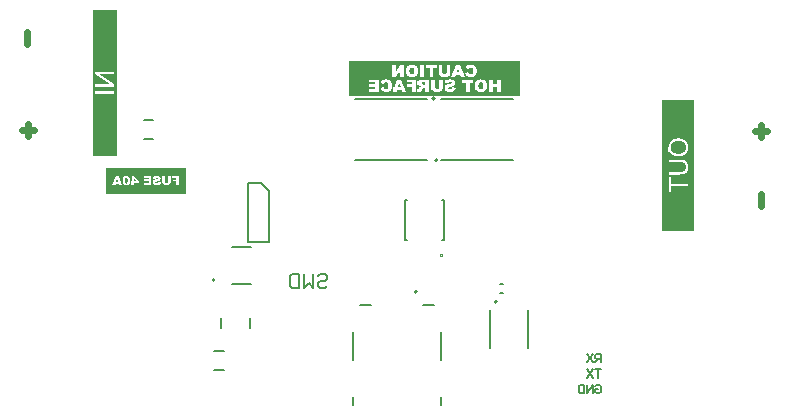
<source format=gbr>
%TF.GenerationSoftware,Altium Limited,Altium NEXUS,2.1.5 (53)*%
G04 Layer_Color=32896*
%FSLAX44Y44*%
%MOMM*%
%TF.FileFunction,Legend,Bot*%
%TF.Part,Single*%
G01*
G75*
%TA.AperFunction,NonConductor*%
%ADD57C,0.2000*%
%ADD59C,0.1270*%
%ADD62C,0.6000*%
%ADD89C,0.1524*%
%ADD90C,0.0762*%
G36*
X577088Y187452D02*
X550382D01*
Y297942D01*
X577088D01*
Y187452D01*
D02*
G37*
G36*
X429768Y317372D02*
Y301752D01*
X284988D01*
Y317372D01*
Y330962D01*
X429768D01*
Y317372D01*
D02*
G37*
G36*
X146812Y218694D02*
X78994D01*
Y240792D01*
X146812D01*
Y218694D01*
D02*
G37*
G36*
X88138Y250952D02*
X67818D01*
Y374142D01*
X88138D01*
Y250952D01*
D02*
G37*
%LPC*%
G36*
X572014Y265525D02*
X555456D01*
Y250216D01*
Y257652D01*
X555477Y257485D01*
X555498Y257297D01*
X555518Y257068D01*
X555539Y256818D01*
X555581Y256527D01*
X555706Y255923D01*
X555893Y255256D01*
X556018Y254902D01*
X556164Y254569D01*
X556331Y254215D01*
X556518Y253882D01*
X556539Y253861D01*
X556560Y253798D01*
X556622Y253715D01*
X556706Y253590D01*
X556830Y253444D01*
X556955Y253257D01*
X557101Y253069D01*
X557289Y252861D01*
X557476Y252653D01*
X557705Y252424D01*
X557955Y252195D01*
X558205Y251966D01*
X558497Y251757D01*
X558809Y251549D01*
X559476Y251153D01*
X559496Y251132D01*
X559559Y251112D01*
X559663Y251070D01*
X559809Y251007D01*
X559996Y250945D01*
X560205Y250862D01*
X560455Y250778D01*
X560725Y250674D01*
X561017Y250591D01*
X561350Y250508D01*
X561704Y250424D01*
X562079Y250362D01*
X562892Y250258D01*
X563329Y250216D01*
X563995D01*
X564183Y250237D01*
X564391D01*
X564641Y250258D01*
X564912Y250299D01*
X565224Y250341D01*
X565558Y250403D01*
X565911Y250466D01*
X566641Y250632D01*
X567390Y250882D01*
X567765Y251049D01*
X568140Y251216D01*
X568161Y251236D01*
X568223Y251257D01*
X568328Y251320D01*
X568453Y251403D01*
X568619Y251507D01*
X568807Y251611D01*
X568994Y251757D01*
X569223Y251924D01*
X569452Y252111D01*
X569681Y252320D01*
X570160Y252799D01*
X570639Y253361D01*
X570848Y253673D01*
X571035Y254007D01*
Y254027D01*
X571077Y254090D01*
X571119Y254194D01*
X571181Y254319D01*
X571264Y254486D01*
X571348Y254673D01*
X571431Y254902D01*
X571514Y255152D01*
X571618Y255444D01*
X571702Y255735D01*
X571868Y256402D01*
X571973Y257110D01*
X571993Y257485D01*
X572014Y257881D01*
Y258110D01*
X571993Y258256D01*
X571973Y258464D01*
X571952Y258693D01*
X571931Y258943D01*
X571868Y259234D01*
X571743Y259859D01*
X571556Y260547D01*
X571431Y260901D01*
X571285Y261234D01*
X571119Y261588D01*
X570931Y261921D01*
X570910Y261942D01*
X570889Y262005D01*
X570827Y262088D01*
X570723Y262213D01*
X570619Y262359D01*
X570494Y262525D01*
X570327Y262713D01*
X570160Y262921D01*
X569952Y263129D01*
X569723Y263358D01*
X569473Y263587D01*
X569223Y263796D01*
X568619Y264233D01*
X567953Y264608D01*
X567932D01*
X567869Y264650D01*
X567765Y264691D01*
X567619Y264754D01*
X567453Y264816D01*
X567244Y264900D01*
X566995Y264983D01*
X566745Y265066D01*
X566453Y265150D01*
X566141Y265233D01*
X565474Y265379D01*
X564724Y265483D01*
X564349Y265504D01*
X563954Y265525D01*
X572014D01*
D01*
D02*
G37*
G36*
Y247467D02*
X555727D01*
Y234866D01*
X565391D01*
X565599Y234886D01*
X565828D01*
X566099Y234907D01*
X566370Y234928D01*
X566995Y235012D01*
X567640Y235095D01*
X568265Y235241D01*
X568557Y235324D01*
X568828Y235428D01*
X568848D01*
X568890Y235449D01*
X568973Y235490D01*
X569057Y235532D01*
X569182Y235595D01*
X569327Y235678D01*
X569640Y235886D01*
X570015Y236157D01*
X570390Y236490D01*
X570785Y236907D01*
X570973Y237157D01*
X571139Y237407D01*
Y237428D01*
X571181Y237469D01*
X571223Y237553D01*
X571285Y237657D01*
X571348Y237802D01*
X571410Y237969D01*
X571493Y238177D01*
X571577Y238406D01*
X571660Y238656D01*
X571743Y238948D01*
X571806Y239240D01*
X571868Y239573D01*
X571931Y239927D01*
X571973Y240302D01*
X571993Y240718D01*
X572014Y241135D01*
Y241343D01*
X571993Y241510D01*
Y241697D01*
X571973Y241926D01*
X571952Y242176D01*
X571910Y242447D01*
X571827Y243030D01*
X571681Y243634D01*
X571493Y244259D01*
X571244Y244821D01*
Y244842D01*
X571202Y244884D01*
X571160Y244967D01*
X571098Y245051D01*
X570931Y245301D01*
X570681Y245613D01*
X570369Y245946D01*
X569973Y246279D01*
X569536Y246592D01*
X569015Y246863D01*
X568994D01*
X568952Y246883D01*
X568869Y246925D01*
X568744Y246946D01*
X568598Y247008D01*
X568411Y247050D01*
X568203Y247113D01*
X567953Y247154D01*
X567682Y247217D01*
X567390Y247279D01*
X567057Y247321D01*
X566703Y247362D01*
X566307Y247404D01*
X565891Y247446D01*
X565453Y247467D01*
X572014D01*
D01*
D02*
G37*
G36*
X571743Y232533D02*
Y227264D01*
X557622D01*
Y232533D01*
X571743D01*
X555727D01*
Y219869D01*
X557622D01*
Y225139D01*
X571743D01*
Y219869D01*
D01*
D01*
Y232533D01*
D02*
G37*
%LPD*%
G36*
X563579Y265504D02*
X563287Y265483D01*
X562954Y265462D01*
X562579Y265420D01*
X562142Y265337D01*
X561684Y265254D01*
X561184Y265150D01*
X560684Y265004D01*
X560163Y264837D01*
X559642Y264629D01*
X559142Y264379D01*
X558643Y264108D01*
X558163Y263775D01*
X557726Y263400D01*
X557705Y263379D01*
X557622Y263296D01*
X557518Y263171D01*
X557372Y263004D01*
X557205Y262796D01*
X556997Y262546D01*
X556810Y262234D01*
X556581Y261900D01*
X556372Y261525D01*
X556164Y261109D01*
X555977Y260651D01*
X555810Y260151D01*
X555664Y259630D01*
X555560Y259068D01*
X555477Y258485D01*
X555456Y257860D01*
Y265525D01*
X563787D01*
X563579Y265504D01*
D02*
G37*
G36*
X564266Y263317D02*
X564474D01*
X564724Y263296D01*
X564995Y263254D01*
X565308Y263213D01*
X565641Y263150D01*
X566016Y263067D01*
X566391Y262963D01*
X566766Y262838D01*
X567140Y262692D01*
X567515Y262504D01*
X567890Y262296D01*
X568223Y262067D01*
X568557Y261796D01*
X568577Y261775D01*
X568619Y261734D01*
X568703Y261630D01*
X568807Y261505D01*
X568932Y261359D01*
X569077Y261171D01*
X569223Y260963D01*
X569369Y260713D01*
X569536Y260463D01*
X569681Y260151D01*
X569827Y259838D01*
X569952Y259484D01*
X570056Y259130D01*
X570140Y258735D01*
X570181Y258339D01*
X570202Y257901D01*
Y257797D01*
X570181Y257672D01*
Y257506D01*
X570160Y257297D01*
X570119Y257068D01*
X570056Y256798D01*
X569994Y256506D01*
X569911Y256214D01*
X569786Y255881D01*
X569661Y255569D01*
X569494Y255236D01*
X569306Y254902D01*
X569077Y254569D01*
X568828Y254256D01*
X568536Y253965D01*
X568515Y253944D01*
X568453Y253902D01*
X568369Y253819D01*
X568223Y253715D01*
X568057Y253611D01*
X567849Y253465D01*
X567599Y253319D01*
X567307Y253174D01*
X566995Y253028D01*
X566620Y252903D01*
X566245Y252757D01*
X565807Y252653D01*
X565349Y252549D01*
X564849Y252465D01*
X564329Y252424D01*
X563766Y252403D01*
X563745D01*
X563683D01*
X563579D01*
X563433D01*
X563266Y252424D01*
X563079Y252444D01*
X562850Y252465D01*
X562600Y252486D01*
X562079Y252570D01*
X561496Y252674D01*
X560913Y252840D01*
X560350Y253069D01*
X560330D01*
X560288Y253090D01*
X560205Y253132D01*
X560101Y253194D01*
X559996Y253257D01*
X559851Y253340D01*
X559517Y253569D01*
X559163Y253840D01*
X558788Y254173D01*
X558434Y254548D01*
X558101Y255006D01*
Y255027D01*
X558059Y255069D01*
X558018Y255131D01*
X557976Y255236D01*
X557914Y255340D01*
X557851Y255485D01*
X557768Y255652D01*
X557685Y255840D01*
X557539Y256256D01*
X557414Y256735D01*
X557330Y257277D01*
X557289Y257860D01*
Y258068D01*
X557310Y258235D01*
X557330Y258422D01*
X557372Y258651D01*
X557414Y258901D01*
X557476Y259193D01*
X557560Y259484D01*
X557664Y259797D01*
X557789Y260109D01*
X557955Y260443D01*
X558122Y260776D01*
X558330Y261109D01*
X558580Y261421D01*
X558851Y261734D01*
X558872Y261755D01*
X558913Y261796D01*
X559017Y261880D01*
X559142Y261984D01*
X559309Y262109D01*
X559538Y262234D01*
X559788Y262379D01*
X560080Y262525D01*
X560413Y262692D01*
X560788Y262838D01*
X561204Y262963D01*
X561663Y263088D01*
X562183Y263192D01*
X562746Y263275D01*
X563350Y263317D01*
X563995Y263337D01*
X564037D01*
X564120D01*
X564266Y263317D01*
D02*
G37*
G36*
X565495Y245321D02*
X565682D01*
X565911Y245301D01*
X566141D01*
X566641Y245259D01*
X567161Y245175D01*
X567640Y245092D01*
X567849Y245030D01*
X568057Y244967D01*
X568078D01*
X568098Y244946D01*
X568223Y244884D01*
X568390Y244801D01*
X568619Y244655D01*
X568848Y244467D01*
X569119Y244238D01*
X569348Y243967D01*
X569577Y243634D01*
Y243613D01*
X569598Y243593D01*
X569661Y243468D01*
X569744Y243259D01*
X569827Y242989D01*
X569931Y242655D01*
X570015Y242260D01*
X570077Y241822D01*
X570098Y241322D01*
Y241093D01*
X570077Y240947D01*
X570056Y240760D01*
X570036Y240531D01*
X570015Y240281D01*
X569973Y240031D01*
X569848Y239489D01*
X569661Y238927D01*
X569536Y238677D01*
X569390Y238427D01*
X569244Y238198D01*
X569057Y237990D01*
X569036Y237969D01*
X568994Y237948D01*
X568932Y237907D01*
X568848Y237823D01*
X568723Y237761D01*
X568557Y237677D01*
X568369Y237573D01*
X568140Y237490D01*
X567890Y237386D01*
X567599Y237302D01*
X567265Y237219D01*
X566890Y237136D01*
X566474Y237073D01*
X566016Y237032D01*
X565516Y237011D01*
X564974Y236990D01*
X555727D01*
Y245342D01*
X564974D01*
X564995D01*
X565058D01*
X565183D01*
X565308D01*
X565495Y245321D01*
D02*
G37*
%LPC*%
G36*
X370708Y327686D02*
X365843D01*
X367575D01*
Y321487D01*
Y321471D01*
Y321454D01*
Y321354D01*
X367559Y321204D01*
X367525Y321021D01*
X367459Y320821D01*
X367392Y320604D01*
X367276Y320388D01*
X367126Y320204D01*
X367109Y320188D01*
X367042Y320138D01*
X366942Y320054D01*
X366792Y319971D01*
X366609Y319888D01*
X366392Y319804D01*
X366126Y319755D01*
X365843Y319738D01*
X365709D01*
X365559Y319755D01*
X365376Y319788D01*
X365176Y319855D01*
X364976Y319921D01*
X364759Y320038D01*
X364576Y320188D01*
X364560Y320204D01*
X364510Y320271D01*
X364426Y320388D01*
X364343Y320521D01*
X364260Y320704D01*
X364176Y320938D01*
X364126Y321187D01*
X364110Y321487D01*
Y327686D01*
X360977D01*
Y321487D01*
X360994Y321304D01*
X361010Y321087D01*
X361044Y320821D01*
X361094Y320538D01*
X361160Y320238D01*
X361260Y319938D01*
Y319921D01*
X361277Y319904D01*
X361310Y319804D01*
X361377Y319655D01*
X361477Y319471D01*
X361594Y319238D01*
X361744Y319005D01*
X361927Y318771D01*
X362143Y318538D01*
X362177Y318505D01*
X362243Y318438D01*
X362360Y318338D01*
X362527Y318205D01*
X362710Y318072D01*
X362927Y317938D01*
X363160Y317805D01*
X363410Y317705D01*
X363427D01*
X363443Y317688D01*
X363493Y317672D01*
X363576Y317655D01*
X363660Y317622D01*
X363760Y317605D01*
X364026Y317538D01*
X364343Y317472D01*
X364710Y317422D01*
X365126Y317388D01*
X365592Y317372D01*
X365876D01*
X366076Y317388D01*
X366326D01*
X366592Y317422D01*
X366909Y317438D01*
X367225Y317472D01*
X367259D01*
X367309Y317488D01*
X367375D01*
X367525Y317522D01*
X367725Y317555D01*
X367959Y317622D01*
X368209Y317688D01*
X368459Y317772D01*
X368692Y317872D01*
X368725Y317888D01*
X368792Y317938D01*
X368908Y318005D01*
X369042Y318105D01*
X369208Y318221D01*
X369392Y318372D01*
X369575Y318555D01*
X369758Y318755D01*
X369775Y318788D01*
X369841Y318855D01*
X369925Y318971D01*
X370025Y319121D01*
X370125Y319288D01*
X370241Y319488D01*
X370341Y319704D01*
X370425Y319921D01*
Y319938D01*
X370441Y319971D01*
X370458Y320021D01*
X370475Y320088D01*
X370508Y320271D01*
X370558Y320504D01*
X370625Y320771D01*
X370658Y321054D01*
X370691Y321354D01*
X370708Y321637D01*
Y317372D01*
Y327686D01*
D02*
G37*
G36*
X393152Y327852D02*
X383271D01*
D01*
X387837D01*
X387704Y327836D01*
X387537D01*
X387354Y327819D01*
X387154Y327786D01*
X386920Y327752D01*
X386437Y327669D01*
X385954Y327519D01*
X385454Y327336D01*
X385238Y327203D01*
X385021Y327069D01*
X385004Y327053D01*
X384971Y327036D01*
X384921Y326986D01*
X384838Y326919D01*
X384754Y326836D01*
X384638Y326736D01*
X384521Y326619D01*
X384404Y326486D01*
X384271Y326320D01*
X384138Y326153D01*
X384005Y325953D01*
X383855Y325736D01*
X383721Y325503D01*
X383605Y325253D01*
X383488Y324986D01*
X383371Y324687D01*
X386137Y324087D01*
Y324103D01*
X386171Y324153D01*
X386187Y324237D01*
X386237Y324337D01*
X386337Y324553D01*
X386387Y324670D01*
X386454Y324753D01*
X386471Y324770D01*
X386504Y324820D01*
X386554Y324870D01*
X386637Y324953D01*
X386737Y325037D01*
X386837Y325136D01*
X387104Y325303D01*
X387120Y325320D01*
X387170Y325336D01*
X387237Y325370D01*
X387354Y325403D01*
X387470Y325436D01*
X387620Y325470D01*
X387770Y325503D01*
X388054D01*
X388120Y325486D01*
X388320Y325453D01*
X388553Y325403D01*
X388820Y325286D01*
X389086Y325136D01*
X389220Y325037D01*
X389353Y324920D01*
X389470Y324786D01*
X389586Y324637D01*
X389603Y324603D01*
X389653Y324520D01*
X389720Y324370D01*
X389786Y324153D01*
X389870Y323870D01*
X389936Y323520D01*
X389970Y323337D01*
X389986Y323120D01*
X390003Y322887D01*
Y322637D01*
Y322620D01*
Y322570D01*
Y322470D01*
X389986Y322370D01*
Y322220D01*
X389970Y322071D01*
X389936Y321721D01*
X389886Y321337D01*
X389786Y320954D01*
X389736Y320788D01*
X389670Y320621D01*
X389586Y320471D01*
X389503Y320338D01*
X389486Y320304D01*
X389403Y320238D01*
X389286Y320138D01*
X389120Y320038D01*
X388920Y319921D01*
X388670Y319821D01*
X388387Y319755D01*
X388054Y319721D01*
X387970D01*
X387904Y319738D01*
X387737Y319755D01*
X387554Y319788D01*
X387320Y319838D01*
X387104Y319938D01*
X386887Y320054D01*
X386704Y320221D01*
X386687Y320238D01*
X386620Y320321D01*
X386537Y320438D01*
X386437Y320588D01*
X386337Y320804D01*
X386221Y321054D01*
X386104Y321354D01*
X386021Y321704D01*
X383271Y320854D01*
Y320838D01*
X383288Y320804D01*
X383305Y320738D01*
X383321Y320671D01*
X383355Y320571D01*
X383388Y320454D01*
X383488Y320188D01*
X383605Y319871D01*
X383755Y319555D01*
X383938Y319238D01*
X384155Y318921D01*
X384188Y318888D01*
X384254Y318788D01*
X384388Y318655D01*
X384571Y318488D01*
X384788Y318305D01*
X385038Y318105D01*
X385321Y317922D01*
X385637Y317755D01*
X385654D01*
X385671Y317738D01*
X385721Y317722D01*
X385804Y317688D01*
X385887Y317672D01*
X385987Y317638D01*
X386104Y317605D01*
X386254Y317572D01*
X386571Y317488D01*
X386954Y317438D01*
X387404Y317388D01*
X387887Y317372D01*
X388153D01*
X388303Y317388D01*
X388470Y317405D01*
X388653D01*
X388837Y317438D01*
X389270Y317488D01*
X389720Y317572D01*
X390170Y317688D01*
X390586Y317838D01*
X390603D01*
X390636Y317855D01*
X390686Y317888D01*
X390769Y317938D01*
X390853Y317988D01*
X390953Y318055D01*
X391203Y318238D01*
X391486Y318455D01*
X391802Y318755D01*
X392102Y319105D01*
X392252Y319305D01*
X392402Y319521D01*
Y319538D01*
X392436Y319571D01*
X392469Y319655D01*
X392519Y319738D01*
X392569Y319855D01*
X392636Y320004D01*
X392702Y320171D01*
X392769Y320371D01*
X392852Y320571D01*
X392919Y320821D01*
X392985Y321071D01*
X393036Y321337D01*
X393086Y321637D01*
X393119Y321954D01*
X393135Y322271D01*
X393152Y322620D01*
Y322737D01*
X393135Y322870D01*
Y323037D01*
X393119Y323254D01*
X393086Y323487D01*
X393036Y323754D01*
X392985Y324053D01*
X392919Y324353D01*
X392819Y324670D01*
X392719Y324986D01*
X392586Y325320D01*
X392436Y325636D01*
X392252Y325936D01*
X392052Y326219D01*
X391819Y326486D01*
X391802Y326503D01*
X391753Y326553D01*
X391686Y326619D01*
X391569Y326703D01*
X391436Y326803D01*
X391269Y326919D01*
X391069Y327036D01*
X390836Y327169D01*
X390586Y327303D01*
X390303Y327419D01*
X389986Y327536D01*
X389653Y327636D01*
X389286Y327719D01*
X388887Y327802D01*
X388470Y327836D01*
X388020Y327852D01*
X393152D01*
D02*
G37*
G36*
X378973Y327686D02*
X371724D01*
D01*
X375523D01*
X371724Y317538D01*
X375023D01*
X375523Y319221D01*
X379072D01*
X379572Y317538D01*
X382771D01*
X378973Y327686D01*
D02*
G37*
G36*
X359611D02*
X350080Y327686D01*
Y317538D01*
Y325186D01*
X353279D01*
Y317538D01*
X356412D01*
Y325186D01*
X359611Y325186D01*
Y327686D01*
D02*
G37*
G36*
X348530Y327686D02*
X345381D01*
Y317538D01*
X348530D01*
Y327686D01*
D02*
G37*
G36*
X331301D02*
X321604D01*
Y317538D01*
X324553D01*
X328352Y323104D01*
Y317538D01*
X331301D01*
Y327686D01*
D02*
G37*
G36*
X343531Y327852D02*
X333018D01*
D01*
X338183D01*
X338050Y327836D01*
X337883D01*
X337666Y327819D01*
X337433Y327786D01*
X337150Y327736D01*
X336867Y327686D01*
X336550Y327602D01*
X336233Y327519D01*
X335917Y327402D01*
X335584Y327269D01*
X335267Y327119D01*
X334967Y326936D01*
X334667Y326719D01*
X334401Y326486D01*
X334384Y326469D01*
X334334Y326419D01*
X334267Y326353D01*
X334184Y326236D01*
X334084Y326103D01*
X333967Y325919D01*
X333834Y325720D01*
X333701Y325503D01*
X333584Y325236D01*
X333451Y324953D01*
X333334Y324653D01*
X333234Y324303D01*
X333151Y323937D01*
X333084Y323554D01*
X333034Y323137D01*
X333018Y322687D01*
Y322520D01*
X333034Y322387D01*
Y322237D01*
X333051Y322071D01*
X333068Y321871D01*
X333084Y321654D01*
X333167Y321187D01*
X333268Y320704D01*
X333418Y320204D01*
X333617Y319755D01*
Y319738D01*
X333651Y319704D01*
X333684Y319655D01*
X333734Y319571D01*
X333784Y319471D01*
X333867Y319371D01*
X334051Y319105D01*
X334301Y318821D01*
X334600Y318538D01*
X334950Y318238D01*
X335350Y317988D01*
X335367D01*
X335400Y317955D01*
X335467Y317938D01*
X335550Y317888D01*
X335667Y317838D01*
X335800Y317788D01*
X335950Y317738D01*
X336133Y317688D01*
X336317Y317622D01*
X336533Y317572D01*
X336767Y317522D01*
X337016Y317472D01*
X337566Y317405D01*
X338183Y317372D01*
X338350D01*
X338466Y317388D01*
X338616D01*
X338783Y317405D01*
X338983Y317422D01*
X339183Y317438D01*
X339632Y317505D01*
X340116Y317605D01*
X340582Y317722D01*
X341032Y317905D01*
X341049D01*
X341082Y317938D01*
X341132Y317972D01*
X341216Y318005D01*
X341315Y318072D01*
X341415Y318138D01*
X341682Y318321D01*
X341965Y318571D01*
X342265Y318871D01*
X342565Y319221D01*
X342848Y319638D01*
Y319655D01*
X342882Y319688D01*
X342915Y319755D01*
X342948Y319854D01*
X342998Y319971D01*
X343065Y320104D01*
X343132Y320271D01*
X343182Y320454D01*
X343248Y320654D01*
X343315Y320887D01*
X343365Y321121D01*
X343432Y321387D01*
X343465Y321671D01*
X343498Y321971D01*
X343531Y322604D01*
Y322737D01*
Y322720D01*
X343515Y322837D01*
Y323020D01*
X343482Y323220D01*
X343465Y323470D01*
X343415Y323737D01*
X343365Y324020D01*
X343282Y324320D01*
X343198Y324636D01*
X343082Y324953D01*
X342948Y325286D01*
X342782Y325603D01*
X342598Y325903D01*
X342398Y326203D01*
X342149Y326469D01*
X342132Y326486D01*
X342082Y326536D01*
X341999Y326603D01*
X341899Y326686D01*
X341749Y326786D01*
X341582Y326903D01*
X341382Y327036D01*
X341149Y327169D01*
X340882Y327286D01*
X340599Y327419D01*
X340282Y327536D01*
X339933Y327636D01*
X339566Y327719D01*
X339166Y327786D01*
X338749Y327836D01*
X338300Y327852D01*
X343531D01*
D01*
D02*
G37*
G36*
X375223Y315342D02*
X370341D01*
X370208Y315326D01*
X370041D01*
X369858Y315309D01*
X369641Y315276D01*
X369425Y315259D01*
X368942Y315159D01*
X368459Y315026D01*
X367975Y314859D01*
X367759Y314742D01*
X367559Y314609D01*
X367542D01*
X367509Y314576D01*
X367459Y314526D01*
X367392Y314476D01*
X367309Y314393D01*
X367225Y314293D01*
X367126Y314193D01*
X367009Y314059D01*
X366909Y313909D01*
X366809Y313726D01*
X366692Y313543D01*
X366609Y313343D01*
X366509Y313109D01*
X366442Y312860D01*
X366376Y312593D01*
X366326Y312310D01*
X369275Y312143D01*
Y312176D01*
X369308Y312260D01*
X369342Y312376D01*
X369392Y312526D01*
X369458Y312693D01*
X369542Y312860D01*
X369658Y313009D01*
X369791Y313143D01*
X369808Y313160D01*
X369858Y313193D01*
X369941Y313243D01*
X370058Y313309D01*
X370208Y313359D01*
X370391Y313409D01*
X370591Y313443D01*
X370841Y313459D01*
X370924D01*
X371025Y313443D01*
X371158Y313426D01*
X371424Y313359D01*
X371558Y313309D01*
X371674Y313226D01*
X371691Y313209D01*
X371708Y313193D01*
X371758Y313143D01*
X371808Y313076D01*
X371891Y312893D01*
X371924Y312776D01*
X371941Y312660D01*
Y312643D01*
Y312626D01*
X371908Y312510D01*
X371841Y312376D01*
X371791Y312293D01*
X371708Y312226D01*
X371691Y312210D01*
X371658Y312193D01*
X371591Y312160D01*
X371491Y312110D01*
X371358Y312043D01*
X371175Y311977D01*
X370941Y311910D01*
X370658Y311843D01*
X370641D01*
X370575Y311826D01*
X370458Y311793D01*
X370325Y311777D01*
X370158Y311726D01*
X369958Y311677D01*
X369742Y311627D01*
X369508Y311577D01*
X369025Y311427D01*
X368542Y311277D01*
X368308Y311193D01*
X368092Y311110D01*
X367892Y311027D01*
X367709Y310943D01*
X367692D01*
X367675Y310927D01*
X367625Y310893D01*
X367559Y310860D01*
X367409Y310760D01*
X367209Y310644D01*
X366992Y310477D01*
X366776Y310277D01*
X366576Y310060D01*
X366409Y309827D01*
X366392Y309794D01*
X366342Y309710D01*
X366276Y309577D01*
X366192Y309394D01*
X366126Y309160D01*
X366059Y308911D01*
X366009Y308627D01*
X365993Y308327D01*
Y315342D01*
D01*
D01*
Y304862D01*
D01*
Y308161D01*
X366026Y307978D01*
X366059Y307728D01*
X366126Y307461D01*
X366226Y307161D01*
X366359Y306844D01*
X366542Y306528D01*
Y306511D01*
X366559Y306495D01*
X366642Y306395D01*
X366759Y306245D01*
X366926Y306061D01*
X367142Y305861D01*
X367409Y305661D01*
X367709Y305462D01*
X368059Y305278D01*
X368075D01*
X368109Y305261D01*
X368159Y305245D01*
X368225Y305212D01*
X368325Y305178D01*
X368442Y305145D01*
X368575Y305112D01*
X368725Y305078D01*
X368892Y305028D01*
X369075Y304995D01*
X369492Y304928D01*
X369975Y304878D01*
X370508Y304862D01*
X370758D01*
X370924Y304878D01*
X371141Y304895D01*
X371374Y304912D01*
X371641Y304945D01*
X371924Y304978D01*
X372524Y305095D01*
X372824Y305178D01*
X373124Y305278D01*
X373407Y305395D01*
X373657Y305528D01*
X373907Y305678D01*
X374107Y305845D01*
X374124Y305861D01*
X374157Y305895D01*
X374207Y305945D01*
X374257Y306028D01*
X374340Y306128D01*
X374424Y306245D01*
X374524Y306378D01*
X374624Y306544D01*
X374724Y306711D01*
X374823Y306911D01*
X375007Y307328D01*
X375140Y307827D01*
X375190Y308094D01*
X375223Y308377D01*
D01*
X372241Y308577D01*
Y308544D01*
X372224Y308461D01*
X372191Y308327D01*
X372158Y308161D01*
X372108Y307978D01*
X372041Y307794D01*
X371958Y307628D01*
X371858Y307461D01*
X371841Y307428D01*
X371758Y307361D01*
X371658Y307278D01*
X371491Y307161D01*
X371291Y307044D01*
X371058Y306961D01*
X370775Y306894D01*
X370458Y306861D01*
X370341D01*
X370225Y306878D01*
X370075Y306894D01*
X369908Y306928D01*
X369725Y306994D01*
X369558Y307061D01*
X369408Y307161D01*
X369392Y307178D01*
X369358Y307211D01*
X369292Y307278D01*
X369225Y307378D01*
X369158Y307478D01*
X369092Y307611D01*
X369058Y307744D01*
X369042Y307894D01*
Y307911D01*
Y307961D01*
X369058Y308044D01*
X369092Y308127D01*
X369125Y308244D01*
X369192Y308361D01*
X369275Y308477D01*
X369392Y308594D01*
X369408Y308611D01*
X369458Y308644D01*
X369575Y308711D01*
X369725Y308794D01*
X369941Y308877D01*
X370075Y308927D01*
X370225Y308977D01*
X370391Y309027D01*
X370575Y309094D01*
X370775Y309144D01*
X371008Y309194D01*
X371025D01*
X371091Y309210D01*
X371208Y309244D01*
X371341Y309277D01*
X371508Y309327D01*
X371708Y309377D01*
X371924Y309444D01*
X372158Y309510D01*
X372641Y309694D01*
X373124Y309894D01*
X373357Y310010D01*
X373574Y310144D01*
X373774Y310277D01*
X373957Y310410D01*
X373974Y310427D01*
X373990Y310443D01*
X374040Y310494D01*
X374090Y310543D01*
X374240Y310710D01*
X374390Y310943D01*
X374557Y311227D01*
X374707Y311560D01*
X374807Y311943D01*
X374823Y312160D01*
X374840Y312376D01*
Y312393D01*
Y312410D01*
Y312510D01*
X374823Y312660D01*
X374790Y312860D01*
X374724Y313076D01*
X374657Y313326D01*
X374540Y313576D01*
X374390Y313843D01*
X374374Y313876D01*
X374307Y313959D01*
X374207Y314093D01*
X374057Y314243D01*
X373857Y314426D01*
X373624Y314609D01*
X373341Y314776D01*
X373024Y314942D01*
X373007D01*
X372974Y314959D01*
X372924Y314976D01*
X372857Y315009D01*
X372757Y315042D01*
X372657Y315076D01*
X372524Y315109D01*
X372374Y315142D01*
X372191Y315176D01*
X372008Y315209D01*
X371808Y315242D01*
X371574Y315276D01*
X371341Y315309D01*
X371091Y315326D01*
X370525Y315342D01*
X375223D01*
D02*
G37*
G36*
X364409Y315176D02*
X361277D01*
Y308977D01*
Y308961D01*
Y308944D01*
Y308844D01*
X361260Y308694D01*
X361227Y308511D01*
X361160Y308311D01*
X361094Y308094D01*
X360977Y307878D01*
X360827Y307694D01*
X360811Y307678D01*
X360744Y307628D01*
X360644Y307544D01*
X360494Y307461D01*
X360311Y307378D01*
X360094Y307294D01*
X359827Y307244D01*
X359544Y307228D01*
X359411D01*
X359261Y307244D01*
X359078Y307278D01*
X358878Y307344D01*
X358678Y307411D01*
X358461Y307528D01*
X358278Y307678D01*
X358261Y307694D01*
X358211Y307761D01*
X358128Y307878D01*
X358045Y308011D01*
X357961Y308194D01*
X357878Y308427D01*
X357828Y308677D01*
X357811Y308977D01*
Y315176D01*
X354679Y315176D01*
Y304862D01*
D01*
Y308977D01*
X354695Y308794D01*
X354712Y308577D01*
X354745Y308311D01*
X354795Y308027D01*
X354862Y307728D01*
X354962Y307428D01*
Y307411D01*
X354979Y307394D01*
X355012Y307294D01*
X355079Y307144D01*
X355179Y306961D01*
X355295Y306728D01*
X355445Y306495D01*
X355628Y306261D01*
X355845Y306028D01*
X355878Y305995D01*
X355945Y305928D01*
X356062Y305828D01*
X356228Y305695D01*
X356412Y305561D01*
X356628Y305428D01*
X356861Y305295D01*
X357111Y305195D01*
X357128D01*
X357145Y305178D01*
X357195Y305161D01*
X357278Y305145D01*
X357361Y305112D01*
X357461Y305095D01*
X357728Y305028D01*
X358045Y304962D01*
X358411Y304912D01*
X358828Y304878D01*
X359294Y304862D01*
X364409D01*
X359577D01*
X359777Y304878D01*
X360027D01*
X360294Y304912D01*
X360611Y304928D01*
X360927Y304962D01*
X360960D01*
X361010Y304978D01*
X361077D01*
X361227Y305012D01*
X361427Y305045D01*
X361660Y305112D01*
X361910Y305178D01*
X362160Y305261D01*
X362393Y305361D01*
X362427Y305378D01*
X362493Y305428D01*
X362610Y305495D01*
X362743Y305595D01*
X362910Y305711D01*
X363093Y305861D01*
X363276Y306045D01*
X363460Y306245D01*
X363476Y306278D01*
X363543Y306345D01*
X363626Y306461D01*
X363726Y306611D01*
X363826Y306778D01*
X363943Y306978D01*
X364043Y307194D01*
X364126Y307411D01*
Y307428D01*
X364143Y307461D01*
X364160Y307511D01*
X364176Y307578D01*
X364210Y307761D01*
X364260Y307994D01*
X364326Y308261D01*
X364360Y308544D01*
X364393Y308844D01*
X364409Y309127D01*
Y315176D01*
D02*
G37*
G36*
X413264D02*
X403549D01*
Y305028D01*
X406699D01*
Y309127D01*
X410131D01*
Y305028D01*
X413264D01*
Y315176D01*
D02*
G37*
G36*
X390353D02*
X380822D01*
Y305028D01*
Y312676D01*
X384021D01*
Y305028D01*
X387154D01*
Y312676D01*
X390353D01*
Y315176D01*
D02*
G37*
G36*
X352563Y315176D02*
X342582D01*
Y305028D01*
Y315176D01*
X346981D01*
X346847Y315159D01*
X346514Y315142D01*
X346164Y315109D01*
X345781Y315076D01*
X345431Y315009D01*
X345115Y314926D01*
X345098D01*
X345081Y314909D01*
X344981Y314876D01*
X344848Y314809D01*
X344665Y314709D01*
X344481Y314592D01*
X344265Y314426D01*
X344065Y314226D01*
X343881Y313993D01*
X343865Y313959D01*
X343798Y313876D01*
X343731Y313726D01*
X343632Y313543D01*
X343548Y313293D01*
X343465Y313009D01*
X343415Y312693D01*
X343398Y312343D01*
Y312326D01*
Y312310D01*
Y312210D01*
X343415Y312043D01*
X343448Y311843D01*
X343482Y311626D01*
X343548Y311377D01*
X343648Y311127D01*
X343765Y310893D01*
X343782Y310860D01*
X343831Y310793D01*
X343915Y310677D01*
X344031Y310543D01*
X344165Y310377D01*
X344348Y310210D01*
X344531Y310044D01*
X344765Y309894D01*
X344781Y309877D01*
X344831Y309860D01*
X344931Y309810D01*
X345048Y309760D01*
X345214Y309694D01*
X345398Y309627D01*
X345614Y309560D01*
X345864Y309494D01*
X345848D01*
X345781Y309460D01*
X345681Y309427D01*
X345564Y309377D01*
X345298Y309261D01*
X345164Y309194D01*
X345065Y309127D01*
X345048D01*
X345031Y309094D01*
X344981Y309060D01*
X344931Y309011D01*
X344865Y308927D01*
X344781Y308844D01*
X344681Y308727D01*
X344565Y308577D01*
X344548Y308561D01*
X344515Y308511D01*
X344448Y308444D01*
X344381Y308344D01*
X344231Y308144D01*
X344165Y308044D01*
X344115Y307961D01*
X342582Y305028D01*
X346131D01*
X347814Y308111D01*
X347830Y308144D01*
X347864Y308211D01*
X347930Y308311D01*
X347997Y308444D01*
X348097Y308577D01*
X348180Y308694D01*
X348280Y308811D01*
X348380Y308894D01*
X348397Y308911D01*
X348430Y308927D01*
X348514Y308977D01*
X348597Y309027D01*
X348714Y309060D01*
X348847Y309111D01*
X348997Y309127D01*
X349147Y309144D01*
X349413D01*
Y305028D01*
X352563D01*
Y315176D01*
D02*
G37*
G36*
X341565D02*
X333801D01*
Y305028D01*
Y312993D01*
X338416D01*
Y311227D01*
X334467D01*
Y309177D01*
X338416D01*
Y305028D01*
X333801D01*
X341565D01*
Y315176D01*
D02*
G37*
G36*
X333134D02*
X322087D01*
Y305028D01*
Y315176D01*
X325886D01*
X322087Y305028D01*
X326761D01*
X325386D01*
X325886Y306711D01*
X329435D01*
X329935Y305028D01*
X333134D01*
X329335Y315176D01*
X333134D01*
D02*
G37*
G36*
X310057D02*
X301492D01*
Y305028D01*
X310057D01*
Y315176D01*
D02*
G37*
G36*
X401850Y315342D02*
X391336D01*
Y304862D01*
D01*
Y310010D01*
X391353Y309877D01*
Y309727D01*
X391369Y309560D01*
X391386Y309361D01*
X391403Y309144D01*
X391486Y308677D01*
X391586Y308194D01*
X391736Y307694D01*
X391936Y307244D01*
Y307228D01*
X391969Y307194D01*
X392002Y307144D01*
X392052Y307061D01*
X392102Y306961D01*
X392186Y306861D01*
X392369Y306595D01*
X392619Y306311D01*
X392919Y306028D01*
X393269Y305728D01*
X393669Y305478D01*
X393685D01*
X393719Y305445D01*
X393785Y305428D01*
X393869Y305378D01*
X393985Y305328D01*
X394119Y305278D01*
X394269Y305228D01*
X394452Y305178D01*
X394635Y305112D01*
X394852Y305062D01*
X395085Y305012D01*
X395335Y304962D01*
X395885Y304895D01*
X396501Y304862D01*
X396668D01*
X396785Y304878D01*
X396935D01*
X397101Y304895D01*
X397301Y304912D01*
X397501Y304928D01*
X397951Y304995D01*
X398434Y305095D01*
X398901Y305212D01*
X399351Y305395D01*
X399367D01*
X399401Y305428D01*
X399451Y305462D01*
X399534Y305495D01*
X399634Y305561D01*
X399734Y305628D01*
X400000Y305811D01*
X400284Y306061D01*
X400584Y306361D01*
X400883Y306711D01*
X401167Y307128D01*
Y307144D01*
X401200Y307178D01*
X401233Y307244D01*
X401267Y307344D01*
X401317Y307461D01*
X401383Y307594D01*
X401450Y307761D01*
X401500Y307944D01*
X401567Y308144D01*
X401633Y308377D01*
X401683Y308611D01*
X401750Y308877D01*
X401783Y309160D01*
X401817Y309460D01*
X401850Y310094D01*
Y310210D01*
X401833Y310327D01*
Y310510D01*
X401800Y310710D01*
X401783Y310960D01*
X401733Y311227D01*
X401683Y311510D01*
X401600Y311810D01*
X401517Y312126D01*
X401400Y312443D01*
X401267Y312776D01*
X401100Y313093D01*
X400917Y313393D01*
X400717Y313693D01*
X400467Y313959D01*
X400450Y313976D01*
X400400Y314026D01*
X400317Y314093D01*
X400217Y314176D01*
X400067Y314276D01*
X399900Y314393D01*
X399701Y314526D01*
X399467Y314659D01*
X399201Y314776D01*
X398917Y314909D01*
X398601Y315026D01*
X398251Y315126D01*
X397884Y315209D01*
X397484Y315276D01*
X397068Y315326D01*
X396618Y315342D01*
X401850D01*
D02*
G37*
G36*
X321454Y315342D02*
X311573D01*
Y308327D01*
X311590Y308294D01*
X311606Y308227D01*
X311623Y308161D01*
X311656Y308061D01*
X311690Y307944D01*
X311790Y307677D01*
X311906Y307361D01*
X312056Y307044D01*
X312240Y306728D01*
X312456Y306411D01*
X312489Y306378D01*
X312556Y306278D01*
X312689Y306145D01*
X312873Y305978D01*
X313089Y305795D01*
X313339Y305595D01*
X313622Y305411D01*
X313939Y305245D01*
X313956D01*
X313972Y305228D01*
X314022Y305212D01*
X314106Y305178D01*
X314189Y305161D01*
X314289Y305128D01*
X314406Y305095D01*
X314556Y305061D01*
X314872Y304978D01*
X315256Y304928D01*
X315705Y304878D01*
X316189Y304862D01*
X316455D01*
X316605Y304878D01*
X316772Y304895D01*
X316955D01*
X317138Y304928D01*
X317572Y304978D01*
X318021Y305061D01*
X318471Y305178D01*
X318888Y305328D01*
X318904D01*
X318938Y305345D01*
X318988Y305378D01*
X319071Y305428D01*
X319154Y305478D01*
X319254Y305545D01*
X319504Y305728D01*
X319788Y305945D01*
X320104Y306245D01*
X320404Y306595D01*
X320554Y306794D01*
X320704Y307011D01*
Y307028D01*
X320737Y307061D01*
X320771Y307144D01*
X320821Y307228D01*
X320871Y307344D01*
X320937Y307494D01*
X321004Y307661D01*
X321071Y307861D01*
X321154Y308061D01*
X321221Y308311D01*
X321287Y308561D01*
X321337Y308827D01*
X321387Y309127D01*
X321421Y309444D01*
X321437Y309760D01*
X321454Y310110D01*
Y310227D01*
X321437Y310360D01*
Y310527D01*
X321421Y310743D01*
X321387Y310977D01*
X321337Y311243D01*
X321287Y311543D01*
X321221Y311843D01*
X321121Y312160D01*
X321021Y312476D01*
X320887Y312810D01*
X320737Y313126D01*
X320554Y313426D01*
X320354Y313709D01*
X320121Y313976D01*
X320104Y313993D01*
X320054Y314043D01*
X319988Y314109D01*
X319871Y314193D01*
X319738Y314293D01*
X319571Y314409D01*
X319371Y314526D01*
X319138Y314659D01*
X318888Y314792D01*
X318605Y314909D01*
X318288Y315026D01*
X317955Y315126D01*
X317588Y315209D01*
X317188Y315292D01*
X316772Y315326D01*
X316322Y315342D01*
X321454D01*
D02*
G37*
%LPD*%
G36*
X378389Y321421D02*
X376190D01*
X377290Y325053D01*
X378389Y321421D01*
D02*
G37*
G36*
X324553Y322071D02*
Y327686D01*
X328385D01*
X324553Y322071D01*
D02*
G37*
G36*
X338450Y325453D02*
X338633Y325436D01*
X338849Y325386D01*
X339083Y325303D01*
X339349Y325186D01*
X339599Y325020D01*
X339832Y324786D01*
X339849Y324753D01*
X339883Y324720D01*
X339916Y324653D01*
X339966Y324586D01*
X340016Y324503D01*
X340066Y324387D01*
X340116Y324270D01*
X340166Y324120D01*
X340216Y323953D01*
X340266Y323770D01*
X340316Y323570D01*
X340349Y323354D01*
X340382Y323120D01*
X340399Y322870D01*
Y322587D01*
Y322570D01*
Y322520D01*
Y322437D01*
X340382Y322337D01*
Y322204D01*
X340366Y322071D01*
X340332Y321737D01*
X340266Y321371D01*
X340166Y321021D01*
X340016Y320671D01*
X339933Y320521D01*
X339832Y320388D01*
X339799Y320354D01*
X339733Y320288D01*
X339599Y320171D01*
X339433Y320054D01*
X339199Y319938D01*
X338933Y319821D01*
X338633Y319755D01*
X338283Y319721D01*
X338183D01*
X338116Y319738D01*
X337933Y319755D01*
X337700Y319804D01*
X337450Y319888D01*
X337200Y319988D01*
X336933Y320154D01*
X336717Y320371D01*
X336700Y320404D01*
X336667Y320438D01*
X336633Y320504D01*
X336583Y320571D01*
X336533Y320671D01*
X336483Y320771D01*
X336433Y320904D01*
X336383Y321054D01*
X336333Y321237D01*
X336283Y321421D01*
X336233Y321637D01*
X336200Y321871D01*
X336167Y322137D01*
X336150Y322420D01*
Y322720D01*
Y322737D01*
Y322787D01*
Y322854D01*
X336167Y322954D01*
Y323070D01*
X336183Y323204D01*
X336217Y323520D01*
X336300Y323853D01*
X336400Y324203D01*
X336533Y324520D01*
X336633Y324670D01*
X336733Y324803D01*
X336767Y324837D01*
X336833Y324903D01*
X336967Y325020D01*
X337150Y325136D01*
X337366Y325253D01*
X337633Y325370D01*
X337950Y325436D01*
X338300Y325470D01*
X338383D01*
X338450Y325453D01*
D02*
G37*
G36*
X410131Y311627D02*
X406699D01*
Y315176D01*
X410131D01*
Y311627D01*
D02*
G37*
G36*
X349413Y311060D02*
X347997D01*
X347914Y311077D01*
X347797Y311093D01*
X347647Y311110D01*
X347481Y311143D01*
X347264Y311193D01*
X347247D01*
X347214Y311210D01*
X347147Y311227D01*
X347081Y311260D01*
X346914Y311360D01*
X346831Y311427D01*
X346747Y311510D01*
X346731Y311527D01*
X346714Y311560D01*
X346681Y311610D01*
X346647Y311677D01*
X346581Y311860D01*
X346547Y311976D01*
Y312093D01*
Y312110D01*
Y312176D01*
X346564Y312260D01*
X346581Y312376D01*
X346631Y312493D01*
X346681Y312626D01*
X346764Y312743D01*
X346864Y312859D01*
X346881Y312876D01*
X346931Y312910D01*
X347014Y312943D01*
X347131Y312993D01*
X347297Y313043D01*
X347497Y313093D01*
X347747Y313109D01*
X348047Y313126D01*
X349413D01*
Y311060D01*
D02*
G37*
G36*
X328752Y308911D02*
X326553D01*
X327652Y312543D01*
X328752Y308911D01*
D02*
G37*
G36*
X301642Y313009D02*
X306908D01*
Y311393D01*
X302026D01*
Y309327D01*
X306908D01*
Y307328D01*
X301492D01*
Y315176D01*
X301642D01*
Y313009D01*
D02*
G37*
G36*
X396368Y315326D02*
X396201D01*
X395985Y315309D01*
X395751Y315276D01*
X395468Y315226D01*
X395185Y315176D01*
X394868Y315092D01*
X394552Y315009D01*
X394235Y314892D01*
X393902Y314759D01*
X393585Y314609D01*
X393285Y314426D01*
X392985Y314209D01*
X392719Y313976D01*
X392702Y313959D01*
X392652Y313909D01*
X392586Y313843D01*
X392502Y313726D01*
X392402Y313593D01*
X392286Y313409D01*
X392152Y313209D01*
X392019Y312993D01*
X391903Y312726D01*
X391769Y312443D01*
X391653Y312143D01*
X391553Y311793D01*
X391469Y311427D01*
X391403Y311043D01*
X391353Y310627D01*
X391336Y310177D01*
Y315342D01*
X396501D01*
X396368Y315326D01*
D02*
G37*
G36*
X396768Y312943D02*
X396951Y312926D01*
X397168Y312876D01*
X397401Y312793D01*
X397668Y312676D01*
X397918Y312510D01*
X398151Y312276D01*
X398168Y312243D01*
X398201Y312210D01*
X398234Y312143D01*
X398284Y312076D01*
X398334Y311993D01*
X398384Y311877D01*
X398434Y311760D01*
X398484Y311610D01*
X398534Y311443D01*
X398584Y311260D01*
X398634Y311060D01*
X398667Y310843D01*
X398701Y310610D01*
X398717Y310360D01*
Y310077D01*
Y310060D01*
Y310010D01*
Y309927D01*
X398701Y309827D01*
Y309694D01*
X398684Y309560D01*
X398651Y309227D01*
X398584Y308861D01*
X398484Y308511D01*
X398334Y308161D01*
X398251Y308011D01*
X398151Y307878D01*
X398118Y307844D01*
X398051Y307778D01*
X397918Y307661D01*
X397751Y307544D01*
X397518Y307428D01*
X397251Y307311D01*
X396951Y307244D01*
X396601Y307211D01*
X396501D01*
X396435Y307228D01*
X396251Y307244D01*
X396018Y307294D01*
X395768Y307378D01*
X395518Y307478D01*
X395252Y307644D01*
X395035Y307861D01*
X395018Y307894D01*
X394985Y307927D01*
X394952Y307994D01*
X394902Y308061D01*
X394852Y308161D01*
X394802Y308261D01*
X394752Y308394D01*
X394702Y308544D01*
X394652Y308727D01*
X394602Y308911D01*
X394552Y309127D01*
X394519Y309361D01*
X394485Y309627D01*
X394468Y309910D01*
Y310210D01*
Y310227D01*
Y310277D01*
Y310343D01*
X394485Y310443D01*
Y310560D01*
X394502Y310693D01*
X394535Y311010D01*
X394618Y311343D01*
X394718Y311693D01*
X394852Y312010D01*
X394952Y312160D01*
X395052Y312293D01*
X395085Y312326D01*
X395152Y312393D01*
X395285Y312510D01*
X395468Y312626D01*
X395685Y312743D01*
X395951Y312860D01*
X396268Y312926D01*
X396618Y312959D01*
X396701D01*
X396768Y312943D01*
D02*
G37*
G36*
X316005Y315326D02*
X315839D01*
X315655Y315309D01*
X315455Y315276D01*
X315222Y315242D01*
X314739Y315159D01*
X314256Y315009D01*
X313756Y314826D01*
X313539Y314692D01*
X313323Y314559D01*
X313306Y314542D01*
X313273Y314526D01*
X313223Y314476D01*
X313139Y314409D01*
X313056Y314326D01*
X312939Y314226D01*
X312823Y314109D01*
X312706Y313976D01*
X312573Y313809D01*
X312439Y313643D01*
X312306Y313443D01*
X312156Y313226D01*
X312023Y312993D01*
X311906Y312743D01*
X311790Y312476D01*
X311673Y312176D01*
X314439Y311576D01*
Y311593D01*
X314472Y311643D01*
X314489Y311726D01*
X314539Y311826D01*
X314639Y312043D01*
X314689Y312160D01*
X314756Y312243D01*
X314772Y312260D01*
X314806Y312310D01*
X314856Y312360D01*
X314939Y312443D01*
X315039Y312526D01*
X315139Y312626D01*
X315405Y312793D01*
X315422Y312810D01*
X315472Y312826D01*
X315539Y312859D01*
X315655Y312893D01*
X315772Y312926D01*
X315922Y312959D01*
X316072Y312993D01*
X316355D01*
X316422Y312976D01*
X316622Y312943D01*
X316855Y312893D01*
X317122Y312776D01*
X317388Y312626D01*
X317521Y312526D01*
X317655Y312410D01*
X317771Y312276D01*
X317888Y312126D01*
X317905Y312093D01*
X317955Y312010D01*
X318021Y311860D01*
X318088Y311643D01*
X318171Y311360D01*
X318238Y311010D01*
X318271Y310827D01*
X318288Y310610D01*
X318305Y310377D01*
Y310127D01*
Y310110D01*
Y310060D01*
Y309960D01*
X318288Y309860D01*
Y309710D01*
X318271Y309560D01*
X318238Y309210D01*
X318188Y308827D01*
X318088Y308444D01*
X318038Y308277D01*
X317971Y308111D01*
X317888Y307961D01*
X317805Y307827D01*
X317788Y307794D01*
X317705Y307728D01*
X317588Y307628D01*
X317422Y307528D01*
X317222Y307411D01*
X316972Y307311D01*
X316688Y307244D01*
X316355Y307211D01*
X316272D01*
X316205Y307228D01*
X316039Y307244D01*
X315855Y307278D01*
X315622Y307328D01*
X315405Y307428D01*
X315189Y307544D01*
X315005Y307711D01*
X314989Y307728D01*
X314922Y307811D01*
X314839Y307927D01*
X314739Y308077D01*
X314639Y308294D01*
X314522Y308544D01*
X314406Y308844D01*
X314322Y309194D01*
X311573Y308344D01*
Y315342D01*
X316139D01*
X316005Y315326D01*
D02*
G37*
%LPC*%
G36*
X121649Y233673D02*
X118739D01*
D01*
X121649D01*
D02*
G37*
G36*
X111141Y231499D02*
Y231486D01*
D01*
Y231499D01*
D02*
G37*
G36*
X125662Y233673D02*
X122001D01*
X121901Y233661D01*
X121776D01*
X121638Y233648D01*
X121476Y233623D01*
X121313Y233611D01*
X120951Y233536D01*
X120589Y233436D01*
X120226Y233311D01*
X120064Y233223D01*
X119914Y233123D01*
X119901D01*
X119876Y233098D01*
X119839Y233061D01*
X119789Y233023D01*
X119726Y232961D01*
X119664Y232886D01*
X119589Y232811D01*
X119501Y232711D01*
X119426Y232598D01*
X119351Y232461D01*
X119264Y232324D01*
X119201Y232174D01*
X119126Y231999D01*
X119076Y231811D01*
X119026Y231611D01*
X118989Y231399D01*
X121201Y231274D01*
Y231299D01*
X121226Y231361D01*
X121251Y231449D01*
X121288Y231561D01*
X121338Y231686D01*
X121401Y231811D01*
X121488Y231924D01*
X121588Y232024D01*
X121601Y232036D01*
X121638Y232061D01*
X121701Y232099D01*
X121788Y232149D01*
X121901Y232186D01*
X122038Y232224D01*
X122188Y232249D01*
X122376Y232261D01*
X122438D01*
X122513Y232249D01*
X122613Y232236D01*
X122813Y232186D01*
X122913Y232149D01*
X123000Y232086D01*
X123013Y232074D01*
X123025Y232061D01*
X123063Y232024D01*
X123100Y231974D01*
X123163Y231836D01*
X123188Y231749D01*
X123200Y231661D01*
Y231649D01*
Y231636D01*
X123175Y231549D01*
X123125Y231449D01*
X123088Y231386D01*
X123025Y231336D01*
X123013Y231324D01*
X122988Y231311D01*
X122938Y231286D01*
X122863Y231249D01*
X122763Y231199D01*
X122626Y231149D01*
X122451Y231099D01*
X122238Y231049D01*
X122226D01*
X122176Y231036D01*
X122088Y231011D01*
X121988Y230999D01*
X121863Y230961D01*
X121713Y230924D01*
X121551Y230886D01*
X121376Y230849D01*
X121013Y230737D01*
X120651Y230624D01*
X120476Y230562D01*
X120314Y230499D01*
X120164Y230437D01*
X120026Y230374D01*
X120014D01*
X120001Y230362D01*
X119964Y230337D01*
X119914Y230312D01*
X119801Y230237D01*
X119651Y230149D01*
X119489Y230024D01*
X119326Y229874D01*
X119176Y229712D01*
X119051Y229537D01*
X119039Y229512D01*
X119001Y229449D01*
X118952Y229349D01*
X118889Y229212D01*
X118839Y229037D01*
X118789Y228850D01*
X118751Y228637D01*
X118739Y228412D01*
D01*
Y228287D01*
X118764Y228150D01*
X118789Y227962D01*
X118839Y227762D01*
X118914Y227537D01*
X119014Y227300D01*
X119151Y227062D01*
Y227050D01*
X119164Y227037D01*
X119226Y226963D01*
X119314Y226850D01*
X119439Y226712D01*
X119601Y226563D01*
X119801Y226413D01*
X120026Y226263D01*
X120289Y226125D01*
X120301D01*
X120326Y226113D01*
X120364Y226100D01*
X120414Y226075D01*
X120489Y226050D01*
X120576Y226025D01*
X120676Y226000D01*
X120788Y225975D01*
X120913Y225938D01*
X121051Y225913D01*
X121363Y225863D01*
X121726Y225825D01*
X122126Y225813D01*
X122313D01*
X122438Y225825D01*
X122600Y225838D01*
X122775Y225850D01*
X122975Y225875D01*
X123188Y225900D01*
X123638Y225988D01*
X123863Y226050D01*
X124088Y226125D01*
X124300Y226213D01*
X124487Y226313D01*
X124675Y226425D01*
X124825Y226550D01*
X124837Y226563D01*
X124862Y226588D01*
X124900Y226625D01*
X124937Y226688D01*
X125000Y226763D01*
X125062Y226850D01*
X125137Y226950D01*
X125212Y227075D01*
X125287Y227200D01*
X125362Y227350D01*
X125500Y227662D01*
X125600Y228037D01*
X125637Y228237D01*
X125662Y228450D01*
X123425Y228599D01*
Y228575D01*
X123413Y228512D01*
X123388Y228412D01*
X123363Y228287D01*
X123325Y228150D01*
X123275Y228012D01*
X123213Y227887D01*
X123138Y227762D01*
X123125Y227737D01*
X123063Y227687D01*
X122988Y227625D01*
X122863Y227537D01*
X122713Y227450D01*
X122538Y227387D01*
X122326Y227337D01*
X122088Y227312D01*
X122001D01*
X121913Y227325D01*
X121801Y227337D01*
X121676Y227362D01*
X121538Y227412D01*
X121413Y227462D01*
X121301Y227537D01*
X121288Y227550D01*
X121263Y227575D01*
X121213Y227625D01*
X121163Y227700D01*
X121113Y227775D01*
X121063Y227875D01*
X121038Y227975D01*
X121026Y228087D01*
Y228100D01*
Y228137D01*
X121038Y228200D01*
X121063Y228262D01*
X121088Y228350D01*
X121138Y228437D01*
X121201Y228525D01*
X121288Y228612D01*
X121301Y228624D01*
X121338Y228650D01*
X121426Y228699D01*
X121538Y228762D01*
X121701Y228825D01*
X121801Y228862D01*
X121913Y228899D01*
X122038Y228937D01*
X122176Y228987D01*
X122326Y229024D01*
X122500Y229062D01*
X122513D01*
X122563Y229074D01*
X122650Y229099D01*
X122751Y229124D01*
X122875Y229162D01*
X123025Y229199D01*
X123188Y229249D01*
X123363Y229299D01*
X123725Y229437D01*
X124088Y229587D01*
X124263Y229674D01*
X124425Y229774D01*
X124575Y229874D01*
X124712Y229974D01*
X124725Y229987D01*
X124738Y229999D01*
X124775Y230037D01*
X124812Y230074D01*
X124925Y230199D01*
X125037Y230374D01*
X125162Y230586D01*
X125275Y230837D01*
X125350Y231124D01*
X125362Y231286D01*
X125375Y231449D01*
Y231461D01*
Y231474D01*
Y231549D01*
X125362Y231661D01*
X125337Y231811D01*
X125287Y231974D01*
X125237Y232161D01*
X125150Y232349D01*
X125037Y232549D01*
X125025Y232574D01*
X124975Y232636D01*
X124900Y232736D01*
X124788Y232848D01*
X124637Y232986D01*
X124462Y233123D01*
X124250Y233248D01*
X124013Y233373D01*
X124000D01*
X123975Y233386D01*
X123938Y233398D01*
X123888Y233423D01*
X123813Y233448D01*
X123738Y233473D01*
X123638Y233498D01*
X123525Y233523D01*
X123388Y233548D01*
X123250Y233573D01*
X123100Y233598D01*
X122925Y233623D01*
X122751Y233648D01*
X122563Y233661D01*
X122138Y233673D01*
X125662D01*
D02*
G37*
G36*
X111141Y227762D02*
D01*
D01*
D01*
D02*
G37*
G36*
X134098Y233548D02*
X131748D01*
Y228899D01*
Y228887D01*
Y228874D01*
Y228799D01*
X131736Y228687D01*
X131711Y228550D01*
X131661Y228400D01*
X131611Y228237D01*
X131523Y228075D01*
X131411Y227937D01*
X131398Y227925D01*
X131348Y227887D01*
X131273Y227825D01*
X131161Y227762D01*
X131023Y227700D01*
X130861Y227637D01*
X130661Y227600D01*
X130449Y227587D01*
X130349D01*
X130236Y227600D01*
X130099Y227625D01*
X129949Y227675D01*
X129799Y227725D01*
X129636Y227812D01*
X129499Y227925D01*
X129486Y227937D01*
X129449Y227987D01*
X129386Y228075D01*
X129324Y228175D01*
X129261Y228312D01*
X129199Y228487D01*
X129161Y228675D01*
X129149Y228899D01*
Y233548D01*
X130449D01*
X126799D01*
Y225813D01*
Y228899D01*
X126812Y228762D01*
X126824Y228599D01*
X126849Y228400D01*
X126887Y228187D01*
X126937Y227962D01*
X127012Y227737D01*
Y227725D01*
X127024Y227712D01*
X127049Y227637D01*
X127099Y227525D01*
X127174Y227387D01*
X127262Y227212D01*
X127374Y227037D01*
X127512Y226863D01*
X127674Y226688D01*
X127699Y226663D01*
X127749Y226613D01*
X127837Y226538D01*
X127962Y226438D01*
X128099Y226338D01*
X128262Y226238D01*
X128436Y226138D01*
X128624Y226063D01*
X128637D01*
X128649Y226050D01*
X128687Y226038D01*
X128749Y226025D01*
X128811Y226000D01*
X128886Y225988D01*
X129086Y225938D01*
X129324Y225888D01*
X129599Y225850D01*
X129911Y225825D01*
X130261Y225813D01*
X126799D01*
X130473D01*
X130624Y225825D01*
X130811D01*
X131011Y225850D01*
X131248Y225863D01*
X131486Y225888D01*
X131511D01*
X131548Y225900D01*
X131598D01*
X131711Y225925D01*
X131861Y225950D01*
X132036Y226000D01*
X132223Y226050D01*
X132410Y226113D01*
X132585Y226188D01*
X132611Y226200D01*
X132660Y226238D01*
X132748Y226288D01*
X132848Y226363D01*
X132973Y226450D01*
X133110Y226563D01*
X133248Y226700D01*
X133385Y226850D01*
X133398Y226875D01*
X133448Y226925D01*
X133510Y227012D01*
X133585Y227125D01*
X133660Y227250D01*
X133748Y227400D01*
X133823Y227562D01*
X133885Y227725D01*
Y227737D01*
X133898Y227762D01*
X133910Y227800D01*
X133923Y227850D01*
X133948Y227987D01*
X133985Y228162D01*
X134035Y228362D01*
X134060Y228575D01*
X134085Y228799D01*
X134098Y229012D01*
Y225938D01*
Y233548D01*
D02*
G37*
G36*
X99569Y233673D02*
X93345D01*
D01*
X96282D01*
X96145Y233661D01*
X95970Y233648D01*
X95770Y233623D01*
X95557Y233586D01*
X95345Y233536D01*
X95157Y233473D01*
X95133Y233461D01*
X95070Y233436D01*
X94983Y233398D01*
X94870Y233348D01*
X94745Y233273D01*
X94608Y233186D01*
X94470Y233098D01*
X94345Y232986D01*
X94333Y232973D01*
X94295Y232936D01*
X94233Y232873D01*
X94170Y232799D01*
X94083Y232698D01*
X94008Y232586D01*
X93933Y232474D01*
X93858Y232349D01*
X93845Y232336D01*
X93820Y232286D01*
X93795Y232224D01*
X93745Y232124D01*
X93708Y232011D01*
X93658Y231874D01*
X93608Y231724D01*
X93570Y231561D01*
Y231549D01*
X93558Y231524D01*
X93546Y231474D01*
X93533Y231411D01*
X93520Y231336D01*
X93496Y231249D01*
X93483Y231136D01*
X93458Y231024D01*
X93420Y230762D01*
X93383Y230462D01*
X93358Y230137D01*
X93345Y229799D01*
Y229599D01*
X93358Y229462D01*
X93371Y229287D01*
X93383Y229087D01*
X93408Y228874D01*
X93433Y228637D01*
X93520Y228150D01*
X93570Y227900D01*
X93645Y227637D01*
X93733Y227400D01*
X93820Y227175D01*
X93933Y226950D01*
X94058Y226763D01*
X94070Y226750D01*
X94095Y226725D01*
X94133Y226675D01*
X94195Y226613D01*
X94270Y226538D01*
X94370Y226463D01*
X94483Y226375D01*
X94620Y226288D01*
X94783Y226200D01*
X94958Y226113D01*
X95145Y226038D01*
X95370Y225963D01*
X95607Y225900D01*
X95870Y225850D01*
X96157Y225825D01*
X96470Y225813D01*
X96632D01*
X96707Y225825D01*
X96807D01*
X97020Y225850D01*
X97269Y225888D01*
X97532Y225938D01*
X97794Y226013D01*
X98032Y226113D01*
X98044D01*
X98057Y226125D01*
X98132Y226175D01*
X98232Y226238D01*
X98369Y226338D01*
X98519Y226463D01*
X98682Y226625D01*
X98844Y226800D01*
X98994Y227012D01*
X99007Y227037D01*
X99044Y227087D01*
X99094Y227187D01*
X99144Y227312D01*
X99219Y227475D01*
X99294Y227662D01*
X99356Y227887D01*
X99419Y228150D01*
Y228162D01*
Y228187D01*
X99431Y228225D01*
X99444Y228275D01*
X99456Y228350D01*
X99469Y228425D01*
X99494Y228624D01*
X99519Y228862D01*
X99544Y229137D01*
X99556Y229437D01*
X99569Y229762D01*
Y227175D01*
Y229974D01*
X99556Y230112D01*
X99544Y230287D01*
X99531Y230499D01*
X99506Y230724D01*
X99469Y230961D01*
X99382Y231461D01*
X99319Y231711D01*
X99244Y231961D01*
X99157Y232199D01*
X99044Y232424D01*
X98932Y232624D01*
X98794Y232799D01*
X98782Y232811D01*
X98757Y232836D01*
X98707Y232873D01*
X98644Y232936D01*
X98557Y232998D01*
X98457Y233073D01*
X98344Y233161D01*
X98194Y233236D01*
X98044Y233323D01*
X97869Y233398D01*
X97669Y233473D01*
X97457Y233536D01*
X97219Y233598D01*
X96970Y233636D01*
X96695Y233661D01*
X96407Y233673D01*
X99569D01*
D01*
D02*
G37*
G36*
X141196Y233548D02*
X135372D01*
Y225938D01*
Y231911D01*
X138834D01*
Y230586D01*
X135872D01*
Y229049D01*
X138834D01*
Y225938D01*
X141196D01*
Y233548D01*
D02*
G37*
G36*
X117564D02*
X111141D01*
X111253D01*
Y231924D01*
X115202D01*
Y230711D01*
X111541D01*
Y229162D01*
X115202D01*
Y227662D01*
X111141D01*
Y225938D01*
X117564D01*
Y233548D01*
D02*
G37*
G36*
X106892Y233673D02*
X100244D01*
D01*
X101194D01*
Y228999D01*
X100244D01*
Y225938D01*
Y227362D01*
X101194D01*
Y225938D01*
X103043D01*
Y227362D01*
X106892D01*
Y229099D01*
X103043Y233673D01*
X106892D01*
D02*
G37*
G36*
X90046Y233548D02*
X87459D01*
X84610Y225938D01*
D01*
X92896D01*
X90046Y233548D01*
D02*
G37*
G36*
X122126Y225813D02*
X118739D01*
X122126D01*
D01*
D02*
G37*
%LPD*%
G36*
X96570Y232249D02*
X96657Y232236D01*
X96770Y232199D01*
X96895Y232136D01*
X97020Y232036D01*
X97144Y231899D01*
X97194Y231824D01*
X97245Y231724D01*
X97257Y231699D01*
X97269Y231661D01*
X97282Y231624D01*
X97295Y231561D01*
X97319Y231486D01*
X97332Y231386D01*
X97357Y231286D01*
X97382Y231161D01*
X97395Y231011D01*
X97420Y230849D01*
X97432Y230674D01*
X97444Y230474D01*
X97457Y230262D01*
X97470Y230024D01*
Y229762D01*
Y229749D01*
Y229699D01*
Y229624D01*
Y229524D01*
X97457Y229412D01*
Y229274D01*
X97444Y229124D01*
X97432Y228974D01*
X97407Y228637D01*
X97369Y228312D01*
X97332Y228162D01*
X97307Y228025D01*
X97257Y227900D01*
X97219Y227787D01*
X97207Y227762D01*
X97170Y227700D01*
X97107Y227625D01*
X97032Y227525D01*
X96920Y227425D01*
X96795Y227350D01*
X96645Y227287D01*
X96470Y227262D01*
X96420D01*
X96357Y227275D01*
X96282Y227287D01*
X96195Y227312D01*
X96095Y227350D01*
X95995Y227400D01*
X95907Y227475D01*
X95895Y227487D01*
X95870Y227512D01*
X95820Y227575D01*
X95770Y227650D01*
X95720Y227750D01*
X95657Y227875D01*
X95607Y228012D01*
X95557Y228187D01*
Y228212D01*
X95545Y228275D01*
X95520Y228400D01*
X95495Y228562D01*
X95483Y228775D01*
X95470Y228899D01*
X95457Y229037D01*
Y229187D01*
X95445Y229349D01*
Y229524D01*
Y229712D01*
Y229724D01*
Y229774D01*
Y229849D01*
Y229949D01*
X95457Y230074D01*
Y230212D01*
X95470Y230362D01*
X95483Y230524D01*
X95507Y230861D01*
X95557Y231199D01*
X95582Y231349D01*
X95620Y231499D01*
X95657Y231624D01*
X95707Y231736D01*
X95720Y231761D01*
X95757Y231824D01*
X95820Y231899D01*
X95907Y231999D01*
X96007Y232099D01*
X96145Y232174D01*
X96307Y232236D01*
X96482Y232261D01*
X96507D01*
X96570Y232249D01*
D02*
G37*
G36*
X105080Y228999D02*
X103043D01*
Y231386D01*
X105080Y228999D01*
D02*
G37*
G36*
X89609Y228850D02*
X87959D01*
X88784Y231574D01*
X89609Y228850D01*
D02*
G37*
G36*
X90496Y225938D02*
X87085D01*
X87459Y227200D01*
X90121D01*
X90496Y225938D01*
D02*
G37*
%LPC*%
G36*
X85986Y321774D02*
X69970D01*
Y309152D01*
X85986D01*
Y311318D01*
X73406Y319733D01*
X85986D01*
Y321774D01*
D02*
G37*
G36*
Y305445D02*
X69970D01*
Y303320D01*
X85986D01*
Y305445D01*
D02*
G37*
%LPD*%
G36*
X82529Y311193D02*
X69970D01*
Y319587D01*
X82529Y311193D01*
D02*
G37*
D57*
X359902Y246888D02*
G03*
X359902Y246888I-1000J0D01*
G01*
X357616Y299212D02*
G03*
X357616Y299212I-1000J0D01*
G01*
X342530Y135440D02*
G03*
X342530Y135440I-1000J0D01*
G01*
X171056Y145480D02*
G03*
X171056Y145480I-1000J0D01*
G01*
X199280Y177946D02*
X217280D01*
X199280D02*
Y227946D01*
X217280Y177946D02*
Y220946D01*
X210280Y227946D02*
X217280Y220946D01*
X199280Y227946D02*
X210280D01*
X111316Y280796D02*
X119316D01*
X111316Y264796D02*
X119316D01*
X176976Y105220D02*
Y113220D01*
X200976Y105220D02*
Y113220D01*
X412750Y134620D02*
X415290D01*
X412750Y142240D02*
X415290D01*
X171006Y85470D02*
X179006D01*
X171006Y69470D02*
X179006D01*
X258735Y148649D02*
X260734Y150648D01*
X264733D01*
X266732Y148649D01*
Y146649D01*
X264733Y144650D01*
X260734D01*
X258735Y142651D01*
Y140651D01*
X260734Y138652D01*
X264733D01*
X266732Y140651D01*
X254736Y150648D02*
Y138652D01*
X250737Y142651D01*
X246738Y138652D01*
Y150648D01*
X242740D02*
Y138652D01*
X236742D01*
X234742Y140651D01*
Y148649D01*
X236742Y150648D01*
X242740D01*
X498126Y76147D02*
Y83144D01*
X494627D01*
X493461Y81978D01*
Y79645D01*
X494627Y78479D01*
X498126D01*
X495793D02*
X493461Y76147D01*
X491128Y83144D02*
X486463Y76147D01*
Y83144D02*
X491128Y76147D01*
X498126Y69947D02*
X493461D01*
X495793D01*
Y62949D01*
X491128Y69947D02*
X486463Y62949D01*
Y69947D02*
X491128Y62949D01*
X493461Y55584D02*
X494627Y56750D01*
X496960D01*
X498126Y55584D01*
Y50918D01*
X496960Y49752D01*
X494627D01*
X493461Y50918D01*
Y53251D01*
X495793D01*
X491128Y49752D02*
Y56750D01*
X486463Y49752D01*
Y56750D01*
X484131D02*
Y49752D01*
X480632D01*
X479465Y50918D01*
Y55584D01*
X480632Y56750D01*
X484131D01*
D59*
X363106Y247300D02*
X424106D01*
X363106Y298800D02*
X424106D01*
X289706D02*
X350706D01*
X289706Y247300D02*
X350706D01*
X294230Y124440D02*
X303830D01*
X347230D02*
X356830D01*
X288030Y39440D02*
Y46240D01*
X363030Y39440D02*
Y46240D01*
X288030Y77640D02*
Y101240D01*
X363030Y77640D02*
Y101240D01*
X186056Y173130D02*
X202056D01*
X186056Y141830D02*
X202056D01*
D62*
X633987Y218440D02*
Y208283D01*
X633732Y266700D02*
Y276857D01*
X628654Y271778D02*
X638811D01*
X13464Y267716D02*
Y277873D01*
X8386Y272794D02*
X18543D01*
X12194Y345186D02*
Y355343D01*
D89*
X410136Y127134D02*
G03*
X410136Y127134I-1016J0D01*
G01*
X332232Y179578D02*
X334137D01*
X363855D02*
X365760D01*
Y213106D01*
X332232D02*
X334137D01*
X332232Y179578D02*
Y213106D01*
X363855D02*
X365760D01*
X436626Y87884D02*
Y120396D01*
X404114Y87884D02*
Y120396D01*
D90*
X361696Y165862D02*
X363812D01*
Y167978D01*
X361696D01*
Y165862D01*
%TF.MD5,ff3b9bfa9cc9954702a0321221496b24*%
M02*

</source>
